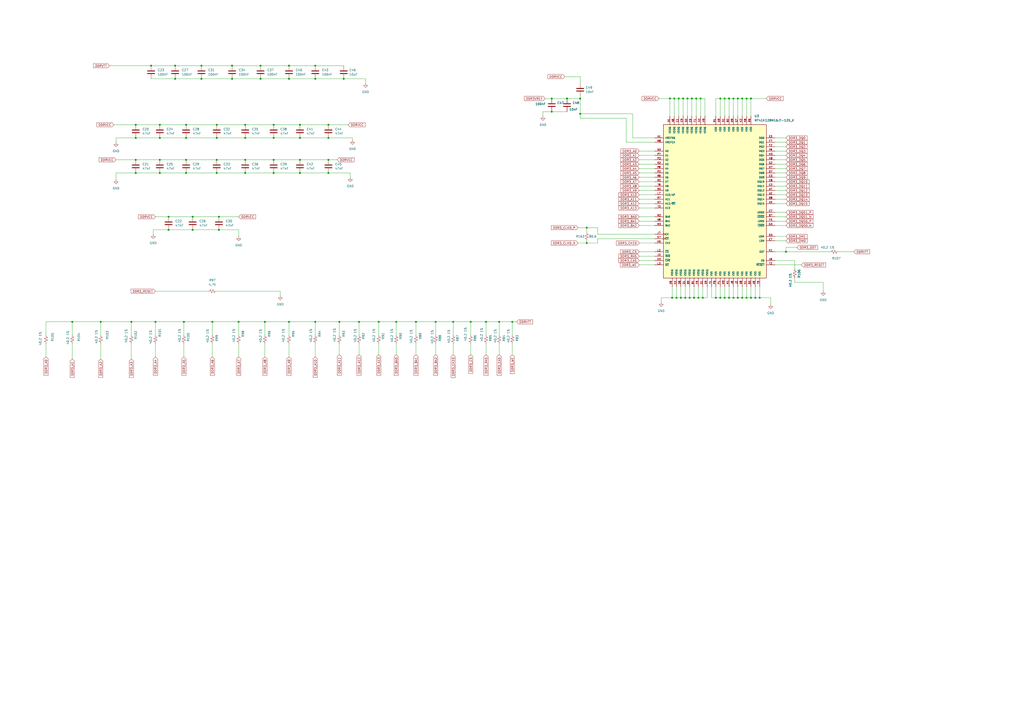
<source format=kicad_sch>
(kicad_sch (version 20250114) (generator "eeschema") (generator_version "9.0")
  (paper "A2")
  (lib_symbols
    (symbol "Device:C" (pin_numbers (hide yes)) (pin_names (offset 0.254))
      (property "Reference" "C" (at 0.635 2.54 0))
      (property "Value" "C" (at 0.635 -2.54 0))
      (symbol "C_1_1"
        (pin passive line (at 0 3.81 270) (length 2.794) (name "~") (number "1"))
        (pin passive line (at 0 -3.81 90) (length 2.794) (name "~") (number "2"))
      )
    )
    (symbol "Device:R_Small_US" (pin_numbers (hide yes)) (pin_names (offset 0.254) (hide yes))
      (property "Reference" "R" (at 0.762 0.508 0))
      (property "Value" "R_Small_US" (at 0.762 -1.016 0))
      (symbol "R_Small_US_1_1"
        (pin passive line (at 0 2.54 270) (length 1.016) (name "~") (number "1"))
        (pin passive line (at 0 -2.54 90) (length 1.016) (name "~") (number "2"))
      )
    )
    (symbol "GND_1" (power) (pin_numbers (hide yes)) (pin_names (offset 0) (hide yes))
      (property "Value" "GND" (at 0 -3.81 0))
      (symbol "GND_1_1_1"
        (pin power_in line (at 0 0 270) (length 0) (name "~") (number "1"))
      )
    )
    (symbol "MT41K128M16JT-125_K:MT41K128M16JT-125_K" (pin_names (offset 1.016))
      (property "Reference" "U" (at 11.176 37.846 0))
      (property "Value" "MT41K128M16JT-125_K" (at 6.604 25.4 0))
      (symbol "MT41K128M16JT-125_K_0_0"
        (pin power_in line (at -15.24 40.64 0) (length 5.08) (name "VREFDQ") (number "H1"))
        (pin power_in line (at -15.24 38.1 0) (length 5.08) (name "VREFCA") (number "M8"))
        (pin input line (at -15.24 33.02 0) (length 5.08) (name "A0") (number "N3"))
        (pin input line (at -15.24 30.48 0) (length 5.08) (name "A1") (number "P7"))
        (pin input line (at -15.24 27.94 0) (length 5.08) (name "A2") (number "P3"))
        (pin input line (at -15.24 25.4 0) (length 5.08) (name "A3") (number "N2"))
        (pin input line (at -15.24 22.86 0) (length 5.08) (name "A4") (number "P8"))
        (pin input line (at -15.24 20.32 0) (length 5.08) (name "A5") (number "P2"))
        (pin input line (at -15.24 17.78 0) (length 5.08) (name "A6") (number "R8"))
        (pin input line (at -15.24 15.24 0) (length 5.08) (name "A7") (number "R2"))
        (pin input line (at -15.24 12.7 0) (length 5.08) (name "A8") (number "T8"))
        (pin input line (at -15.24 10.16 0) (length 5.08) (name "A9") (number "R3"))
        (pin input line (at -15.24 7.62 0) (length 5.08) (name "A10/AP") (number "L7"))
        (pin input line (at -15.24 5.08 0) (length 5.08) (name "A11") (number "R7"))
        (pin input line (at -15.24 2.54 0) (length 5.08) (name "A12/~{BC}") (number "N7"))
        (pin input line (at -15.24 0 0) (length 5.08) (name "A13") (number "T3"))
        (pin input line (at -15.24 -5.08 0) (length 5.08) (name "BA0") (number "M2"))
        (pin input line (at -15.24 -7.62 0) (length 5.08) (name "BA1") (number "N8"))
        (pin input line (at -15.24 -10.16 0) (length 5.08) (name "BA2") (number "M3"))
        (pin input clock (at -15.24 -15.24 0) (length 5.08) (name "CK") (number "J7"))
        (pin input clock (at -15.24 -17.78 0) (length 5.08) (name "~{CK}") (number "K7"))
        (pin input line (at -15.24 -20.32 0) (length 5.08) (name "CKE") (number "K9"))
        (pin input line (at -15.24 -25.4 0) (length 5.08) (name "~{CS}") (number "L2"))
        (pin input line (at -15.24 -27.94 0) (length 5.08) (name "~{RAS}") (number "J3"))
        (pin input line (at -15.24 -30.48 0) (length 5.08) (name "~{CAS}") (number "K3"))
        (pin input line (at -15.24 -33.02 0) (length 5.08) (name "~{WE}") (number "L3"))
        (pin power_in line (at -6.35 53.34 270) (length 5.08) (name "VDDQ") (number "A1"))
        (pin passive line (at -5.08 -45.72 90) (length 5.08) (name "VSSQ") (number "E8"))
        (pin power_in line (at -3.81 53.34 270) (length 5.08) (name "VDDQ") (number "A8"))
        (pin passive line (at -2.54 -45.72 90) (length 5.08) (name "VSSQ") (number "E2"))
        (pin power_in line (at -1.27 53.34 270) (length 5.08) (name "VDDQ") (number "C1"))
        (pin passive line (at 0 -45.72 90) (length 5.08) (name "VSSQ") (number "D8"))
        (pin power_in line (at 1.27 53.34 270) (length 5.08) (name "VDDQ") (number "C9"))
        (pin passive line (at 2.54 -45.72 90) (length 5.08) (name "VSSQ") (number "D1"))
        (pin power_in line (at 3.81 53.34 270) (length 5.08) (name "VDDQ") (number "D2"))
        (pin passive line (at 5.08 -45.72 90) (length 5.08) (name "VSSQ") (number "B9"))
        (pin power_in line (at 6.35 53.34 270) (length 5.08) (name "VDDQ") (number "E9"))
        (pin passive line (at 7.62 -45.72 90) (length 5.08) (name "VSSQ") (number "B1"))
        (pin power_in line (at 8.89 53.34 270) (length 5.08) (name "VDDQ") (number "F1"))
        (pin passive line (at 10.16 -45.72 90) (length 5.08) (name "VSSQ") (number "F9"))
        (pin power_in line (at 11.43 53.34 270) (length 5.08) (name "VDDQ") (number "H2"))
        (pin passive line (at 12.7 -45.72 90) (length 5.08) (name "VSSQ") (number "G1"))
        (pin power_in line (at 13.97 53.34 270) (length 5.08) (name "VDDQ") (number "H9"))
        (pin passive line (at 15.24 -45.72 90) (length 5.08) (name "VSSQ") (number "G9"))
        (pin passive line (at 17.78 -45.72 90) (length 5.08) (name "VSS") (number "T1"))
        (pin power_in line (at 20.32 53.34 270) (length 5.08) (name "VDD") (number "R1"))
        (pin passive line (at 20.32 -45.72 90) (length 5.08) (name "VSS") (number "P9"))
        (pin power_in line (at 22.86 53.34 270) (length 5.08) (name "VDD") (number "N9"))
        (pin passive line (at 22.86 -45.72 90) (length 5.08) (name "VSS") (number "P1"))
        (pin power_in line (at 25.4 53.34 270) (length 5.08) (name "VDD") (number "N1"))
        (pin passive line (at 25.4 -45.72 90) (length 5.08) (name "VSS") (number "M9"))
        (pin power_in line (at 27.94 53.34 270) (length 5.08) (name "VDD") (number "B2"))
        (pin passive line (at 27.94 -45.72 90) (length 5.08) (name "VSS") (number "M1"))
        (pin power_in line (at 30.48 53.34 270) (length 5.08) (name "VDD") (number "D9"))
        (pin passive line (at 30.48 -45.72 90) (length 5.08) (name "VSS") (number "J8"))
        (pin power_in line (at 33.02 53.34 270) (length 5.08) (name "VDD") (number "G7"))
        (pin passive line (at 33.02 -45.72 90) (length 5.08) (name "VSS") (number "J2"))
        (pin power_in line (at 35.56 53.34 270) (length 5.08) (name "VDD") (number "K2"))
        (pin passive line (at 35.56 -45.72 90) (length 5.08) (name "VSS") (number "G8"))
        (pin power_in line (at 38.1 53.34 270) (length 5.08) (name "VDD") (number "K8"))
        (pin passive line (at 38.1 -45.72 90) (length 5.08) (name "VSS") (number "E1"))
        (pin power_in line (at 40.64 53.34 270) (length 5.08) (name "VDD") (number "R9"))
        (pin passive line (at 40.64 -45.72 90) (length 5.08) (name "VSS") (number "B3"))
        (pin passive line (at 43.18 -45.72 90) (length 5.08) (name "VSS") (number "A9"))
        (pin passive line (at 45.72 -45.72 90) (length 5.08) (name "VSS") (number "T9"))
        (pin bidirectional line (at 54.61 40.64 180) (length 5.08) (name "DQ0") (number "E3"))
        (pin bidirectional line (at 54.61 38.1 180) (length 5.08) (name "DQ1") (number "F7"))
        (pin bidirectional line (at 54.61 35.56 180) (length 5.08) (name "DQ2") (number "F2"))
        (pin bidirectional line (at 54.61 33.02 180) (length 5.08) (name "DQ3") (number "F8"))
        (pin bidirectional line (at 54.61 30.48 180) (length 5.08) (name "DQ4") (number "H3"))
        (pin bidirectional line (at 54.61 27.94 180) (length 5.08) (name "DQ5") (number "H8"))
        (pin bidirectional line (at 54.61 25.4 180) (length 5.08) (name "DQ6") (number "G2"))
        (pin bidirectional line (at 54.61 22.86 180) (length 5.08) (name "DQ7") (number "H7"))
        (pin bidirectional line (at 54.61 20.32 180) (length 5.08) (name "DQ8") (number "D7"))
        (pin bidirectional line (at 54.61 17.78 180) (length 5.08) (name "DQ9") (number "C3"))
        (pin bidirectional line (at 54.61 15.24 180) (length 5.08) (name "DQ10") (number "C8"))
        (pin bidirectional line (at 54.61 12.7 180) (length 5.08) (name "DQ11") (number "C2"))
        (pin bidirectional line (at 54.61 10.16 180) (length 5.08) (name "DQ12") (number "A7"))
        (pin bidirectional line (at 54.61 7.62 180) (length 5.08) (name "DQ13") (number "A2"))
        (pin bidirectional line (at 54.61 5.08 180) (length 5.08) (name "DQ14") (number "B8"))
        (pin bidirectional line (at 54.61 2.54 180) (length 5.08) (name "DQ15") (number "A3"))
        (pin bidirectional line (at 54.61 -2.54 180) (length 5.08) (name "UDQS") (number "C7"))
        (pin bidirectional line (at 54.61 -5.08 180) (length 5.08) (name "~{UDQS}") (number "B7"))
        (pin bidirectional line (at 54.61 -7.62 180) (length 5.08) (name "LDQS") (number "F3"))
        (pin bidirectional line (at 54.61 -10.16 180) (length 5.08) (name "~{LDQS}") (number "G3"))
        (pin input line (at 54.61 -16.51 180) (length 5.08) (name "UDM") (number "D3"))
        (pin input line (at 54.61 -19.05 180) (length 5.08) (name "LDM") (number "E7"))
        (pin input line (at 54.61 -25.4 180) (length 5.08) (name "ODT") (number "K1"))
        (pin passive line (at 54.61 -30.48 180) (length 5.08) (name "ZQ") (number "L8"))
        (pin input line (at 54.61 -33.02 180) (length 5.08) (name "~{RESET}") (number "T2"))
      )
    )
    (symbol "power:GND" (power) (pin_numbers (hide yes)) (pin_names (offset 0) (hide yes))
      (property "Value" "GND" (at 0 -3.81 0))
      (symbol "GND_1_1"
        (pin power_in line (at 0 0 270) (length 0) (name "~") (number "1"))
      )
    )
  )
  (junction (at 398.78 57.15))
  (junction (at 289.56 186.69))
  (junction (at 405.13 172.72))
  (junction (at 417.83 172.72))
  (junction (at 78.74 72.39))
  (junction (at 420.37 57.15))
  (junction (at 420.37 172.72))
  (junction (at 320.04 57.15))
  (junction (at 173.99 72.39))
  (junction (at 190.5 72.39))
  (junction (at 336.55 57.15))
  (junction (at 252.73 186.69))
  (junction (at 241.3 186.69))
  (junction (at 397.51 172.72))
  (junction (at 138.43 186.69))
  (junction (at 167.64 186.69))
  (junction (at 125.73 100.33))
  (junction (at 422.91 57.15))
  (junction (at 58.42 186.69))
  (junction (at 417.83 57.15))
  (junction (at 396.24 57.15))
  (junction (at 340.36 132.08))
  (junction (at 182.88 38.1))
  (junction (at 134.62 38.1))
  (junction (at 167.64 38.1))
  (junction (at 403.86 57.15))
  (junction (at 273.05 186.69))
  (junction (at 173.99 80.01))
  (junction (at 76.2 186.69))
  (junction (at 430.53 57.15))
  (junction (at 425.45 172.72))
  (junction (at 41.91 186.69))
  (junction (at 455.93 146.05))
  (junction (at 415.29 172.72))
  (junction (at 328.93 57.15))
  (junction (at 111.76 133.35))
  (junction (at 320.04 64.77))
  (junction (at 123.19 186.69))
  (junction (at 142.24 92.71))
  (junction (at 106.68 186.69))
  (junction (at 151.13 45.72))
  (junction (at 190.5 80.01))
  (junction (at 142.24 72.39))
  (junction (at 111.76 125.73))
  (junction (at 125.73 80.01))
  (junction (at 392.43 172.72))
  (junction (at 127 125.73))
  (junction (at 208.28 186.69))
  (junction (at 229.87 186.69))
  (junction (at 92.71 72.39))
  (junction (at 158.75 80.01))
  (junction (at 196.85 186.69))
  (junction (at 388.62 57.15))
  (junction (at 406.4 57.15))
  (junction (at 262.89 186.69))
  (junction (at 182.88 186.69))
  (junction (at 78.74 80.01))
  (junction (at 407.67 172.72))
  (junction (at 101.6 45.72))
  (junction (at 87.63 38.1))
  (junction (at 430.53 172.72))
  (junction (at 427.99 172.72))
  (junction (at 116.84 45.72))
  (junction (at 127 133.35))
  (junction (at 107.95 92.71))
  (junction (at 440.69 172.72))
  (junction (at 167.64 45.72))
  (junction (at 134.62 45.72))
  (junction (at 281.94 186.69))
  (junction (at 438.15 172.72))
  (junction (at 142.24 100.33))
  (junction (at 400.05 172.72))
  (junction (at 433.07 172.72))
  (junction (at 107.95 100.33))
  (junction (at 78.74 100.33))
  (junction (at 107.95 72.39))
  (junction (at 425.45 57.15))
  (junction (at 153.67 186.69))
  (junction (at 173.99 100.33))
  (junction (at 340.36 140.97))
  (junction (at 401.32 57.15))
  (junction (at 151.13 38.1))
  (junction (at 182.88 45.72))
  (junction (at 394.97 172.72))
  (junction (at 190.5 92.71))
  (junction (at 435.61 57.15))
  (junction (at 92.71 100.33))
  (junction (at 173.99 92.71))
  (junction (at 422.91 172.72))
  (junction (at 158.75 92.71))
  (junction (at 389.89 172.72))
  (junction (at 427.99 57.15))
  (junction (at 125.73 92.71))
  (junction (at 158.75 100.33))
  (junction (at 142.24 80.01))
  (junction (at 97.79 125.73))
  (junction (at 336.55 66.04))
  (junction (at 435.61 172.72))
  (junction (at 92.71 80.01))
  (junction (at 297.18 186.69))
  (junction (at 116.84 38.1))
  (junction (at 92.71 92.71))
  (junction (at 190.5 100.33))
  (junction (at 391.16 57.15))
  (junction (at 433.07 57.15))
  (junction (at 393.7 57.15))
  (junction (at 125.73 72.39))
  (junction (at 107.95 80.01))
  (junction (at 199.39 45.72))
  (junction (at 402.59 172.72))
  (junction (at 97.79 133.35))
  (junction (at 101.6 38.1))
  (junction (at 90.17 186.69))
  (junction (at 219.71 186.69))
  (junction (at 158.75 72.39))
  (junction (at 78.74 92.71))
  (wire (pts (xy 402.59 166.37) (xy 402.59 172.72)))
  (wire (pts (xy 252.73 186.69) (xy 262.89 186.69)))
  (wire (pts (xy 401.32 57.15) (xy 403.86 57.15)))
  (wire (pts (xy 153.67 186.69) (xy 167.64 186.69)))
  (wire (pts (xy 430.53 57.15) (xy 430.53 67.31)))
  (wire (pts (xy 142.24 72.39) (xy 158.75 72.39)))
  (wire (pts (xy 449.58 146.05) (xy 455.93 146.05)))
  (wire (pts (xy 252.73 199.39) (xy 252.73 205.74)))
  (wire (pts (xy 370.84 140.97) (xy 379.73 140.97)))
  (wire (pts (xy 449.58 110.49) (xy 455.93 110.49)))
  (wire (pts (xy 370.84 151.13) (xy 379.73 151.13)))
  (wire (pts (xy 125.73 100.33) (xy 142.24 100.33)))
  (wire (pts (xy 67.31 100.33) (xy 78.74 100.33)))
  (wire (pts (xy 153.67 199.39) (xy 153.67 207.01)))
  (wire (pts (xy 370.84 120.65) (xy 379.73 120.65)))
  (wire (pts (xy 400.05 166.37) (xy 400.05 172.72)))
  (wire (pts (xy 111.76 125.73) (xy 127 125.73)))
  (wire (pts (xy 422.91 166.37) (xy 422.91 172.72)))
  (wire (pts (xy 340.36 134.62) (xy 340.36 132.08)))
  (wire (pts (xy 440.69 166.37) (xy 440.69 172.72)))
  (wire (pts (xy 397.51 166.37) (xy 397.51 172.72)))
  (wire (pts (xy 107.95 72.39) (xy 125.73 72.39)))
  (wire (pts (xy 76.2 186.69) (xy 76.2 194.31)))
  (wire (pts (xy 87.63 38.1) (xy 101.6 38.1)))
  (wire (pts (xy 407.67 166.37) (xy 407.67 172.72)))
  (wire (pts (xy 336.55 55.88) (xy 336.55 57.15)))
  (wire (pts (xy 370.84 95.25) (xy 379.73 95.25)))
  (wire (pts (xy 449.58 105.41) (xy 455.93 105.41)))
  (wire (pts (xy 477.52 168.91) (xy 477.52 163.83)))
  (wire (pts (xy 449.58 80.01) (xy 455.93 80.01)))
  (wire (pts (xy 127 133.35) (xy 138.43 133.35)))
  (wire (pts (xy 58.42 199.39) (xy 58.42 208.28)))
  (wire (pts (xy 427.99 57.15) (xy 427.99 67.31)))
  (wire (pts (xy 422.91 172.72) (xy 425.45 172.72)))
  (wire (pts (xy 123.19 186.69) (xy 138.43 186.69)))
  (wire (pts (xy 67.31 92.71) (xy 78.74 92.71)))
  (wire (pts (xy 394.97 172.72) (xy 397.51 172.72)))
  (wire (pts (xy 449.58 130.81) (xy 455.93 130.81)))
  (wire (pts (xy 281.94 186.69) (xy 289.56 186.69)))
  (wire (pts (xy 26.67 186.69) (xy 41.91 186.69)))
  (wire (pts (xy 415.29 57.15) (xy 417.83 57.15)))
  (wire (pts (xy 273.05 199.39) (xy 273.05 205.74)))
  (wire (pts (xy 340.36 132.08) (xy 346.71 132.08)))
  (wire (pts (xy 158.75 92.71) (xy 173.99 92.71)))
  (wire (pts (xy 417.83 57.15) (xy 417.83 67.31)))
  (wire (pts (xy 449.58 115.57) (xy 455.93 115.57)))
  (wire (pts (xy 262.89 199.39) (xy 262.89 205.74)))
  (wire (pts (xy 336.55 68.58) (xy 363.22 68.58)))
  (wire (pts (xy 67.31 80.01) (xy 78.74 80.01)))
  (wire (pts (xy 78.74 92.71) (xy 92.71 92.71)))
  (wire (pts (xy 116.84 45.72) (xy 134.62 45.72)))
  (wire (pts (xy 455.93 143.51) (xy 455.93 146.05)))
  (wire (pts (xy 142.24 80.01) (xy 158.75 80.01)))
  (wire (pts (xy 449.58 107.95) (xy 455.93 107.95)))
  (wire (pts (xy 297.18 186.69) (xy 297.18 194.31)))
  (wire (pts (xy 314.96 64.77) (xy 320.04 64.77)))
  (wire (pts (xy 111.76 133.35) (xy 127 133.35)))
  (wire (pts (xy 116.84 38.1) (xy 134.62 38.1)))
  (wire (pts (xy 370.84 107.95) (xy 379.73 107.95)))
  (wire (pts (xy 167.64 186.69) (xy 182.88 186.69)))
  (wire (pts (xy 417.83 172.72) (xy 420.37 172.72)))
  (wire (pts (xy 370.84 118.11) (xy 379.73 118.11)))
  (wire (pts (xy 398.78 57.15) (xy 398.78 67.31)))
  (wire (pts (xy 252.73 194.31) (xy 252.73 186.69)))
  (wire (pts (xy 182.88 38.1) (xy 199.39 38.1)))
  (wire (pts (xy 408.94 57.15) (xy 408.94 67.31)))
  (wire (pts (xy 97.79 133.35) (xy 111.76 133.35)))
  (wire (pts (xy 320.04 57.15) (xy 328.93 57.15)))
  (wire (pts (xy 370.84 100.33) (xy 379.73 100.33)))
  (wire (pts (xy 63.5 38.1) (xy 87.63 38.1)))
  (wire (pts (xy 370.84 115.57) (xy 379.73 115.57)))
  (wire (pts (xy 455.93 143.51) (xy 462.28 143.51)))
  (wire (pts (xy 281.94 199.39) (xy 281.94 205.74)))
  (wire (pts (xy 297.18 199.39) (xy 297.18 205.74)))
  (wire (pts (xy 26.67 199.39) (xy 26.67 207.01)))
  (wire (pts (xy 196.85 199.39) (xy 196.85 205.74)))
  (wire (pts (xy 370.84 97.79) (xy 379.73 97.79)))
  (wire (pts (xy 486.41 146.05) (xy 495.3 146.05)))
  (wire (pts (xy 449.58 100.33) (xy 455.93 100.33)))
  (wire (pts (xy 190.5 100.33) (xy 203.2 100.33)))
  (wire (pts (xy 138.43 186.69) (xy 153.67 186.69)))
  (wire (pts (xy 125.73 72.39) (xy 142.24 72.39)))
  (wire (pts (xy 106.68 199.39) (xy 106.68 207.01)))
  (wire (pts (xy 138.43 199.39) (xy 138.43 207.01)))
  (wire (pts (xy 367.03 80.01) (xy 367.03 66.04)))
  (wire (pts (xy 123.19 199.39) (xy 123.19 207.01)))
  (wire (pts (xy 88.9 135.89) (xy 88.9 133.35)))
  (wire (pts (xy 346.71 135.89) (xy 379.73 135.89)))
  (wire (pts (xy 316.23 57.15) (xy 320.04 57.15)))
  (wire (pts (xy 412.75 172.72) (xy 415.29 172.72)))
  (wire (pts (xy 449.58 113.03) (xy 455.93 113.03)))
  (wire (pts (xy 394.97 166.37) (xy 394.97 172.72)))
  (wire (pts (xy 106.68 186.69) (xy 123.19 186.69)))
  (wire (pts (xy 406.4 57.15) (xy 406.4 67.31)))
  (wire (pts (xy 405.13 172.72) (xy 407.67 172.72)))
  (wire (pts (xy 41.91 186.69) (xy 41.91 194.31)))
  (wire (pts (xy 370.84 125.73) (xy 379.73 125.73)))
  (wire (pts (xy 106.68 186.69) (xy 106.68 194.31)))
  (wire (pts (xy 403.86 57.15) (xy 406.4 57.15)))
  (wire (pts (xy 190.5 92.71) (xy 195.58 92.71)))
  (wire (pts (xy 173.99 92.71) (xy 190.5 92.71)))
  (wire (pts (xy 107.95 92.71) (xy 125.73 92.71)))
  (wire (pts (xy 401.32 57.15) (xy 401.32 67.31)))
  (wire (pts (xy 438.15 166.37) (xy 438.15 172.72)))
  (wire (pts (xy 90.17 125.73) (xy 97.79 125.73)))
  (wire (pts (xy 88.9 133.35) (xy 97.79 133.35)))
  (wire (pts (xy 125.73 168.91) (xy 162.56 168.91)))
  (wire (pts (xy 182.88 186.69) (xy 182.88 194.31)))
  (wire (pts (xy 67.31 82.55) (xy 67.31 80.01)))
  (wire (pts (xy 336.55 66.04) (xy 336.55 68.58)))
  (wire (pts (xy 162.56 168.91) (xy 162.56 171.45)))
  (wire (pts (xy 433.07 57.15) (xy 433.07 67.31)))
  (wire (pts (xy 289.56 194.31) (xy 289.56 186.69)))
  (wire (pts (xy 415.29 172.72) (xy 417.83 172.72)))
  (wire (pts (xy 336.55 66.04) (xy 367.03 66.04)))
  (wire (pts (xy 76.2 199.39) (xy 76.2 208.28)))
  (wire (pts (xy 370.84 110.49) (xy 379.73 110.49)))
  (wire (pts (xy 391.16 57.15) (xy 391.16 67.31)))
  (wire (pts (xy 449.58 90.17) (xy 455.93 90.17)))
  (wire (pts (xy 182.88 199.39) (xy 182.88 207.01)))
  (wire (pts (xy 107.95 80.01) (xy 125.73 80.01)))
  (wire (pts (xy 127 125.73) (xy 138.43 125.73)))
  (wire (pts (xy 101.6 45.72) (xy 116.84 45.72)))
  (wire (pts (xy 97.79 125.73) (xy 111.76 125.73)))
  (wire (pts (xy 229.87 199.39) (xy 229.87 205.74)))
  (wire (pts (xy 389.89 166.37) (xy 389.89 172.72)))
  (wire (pts (xy 90.17 186.69) (xy 106.68 186.69)))
  (wire (pts (xy 158.75 100.33) (xy 173.99 100.33)))
  (wire (pts (xy 346.71 138.43) (xy 379.73 138.43)))
  (wire (pts (xy 430.53 166.37) (xy 430.53 172.72)))
  (wire (pts (xy 435.61 172.72) (xy 438.15 172.72)))
  (wire (pts (xy 212.09 48.26) (xy 212.09 45.72)))
  (wire (pts (xy 335.28 132.08) (xy 340.36 132.08)))
  (wire (pts (xy 167.64 45.72) (xy 182.88 45.72)))
  (wire (pts (xy 449.58 82.55) (xy 455.93 82.55)))
  (wire (pts (xy 328.93 57.15) (xy 336.55 57.15)))
  (wire (pts (xy 92.71 100.33) (xy 107.95 100.33)))
  (wire (pts (xy 396.24 57.15) (xy 396.24 67.31)))
  (wire (pts (xy 422.91 57.15) (xy 425.45 57.15)))
  (wire (pts (xy 370.84 148.59) (xy 379.73 148.59)))
  (wire (pts (xy 208.28 199.39) (xy 208.28 205.74)))
  (wire (pts (xy 363.22 68.58) (xy 363.22 82.55)))
  (wire (pts (xy 107.95 100.33) (xy 125.73 100.33)))
  (wire (pts (xy 297.18 186.69) (xy 299.72 186.69)))
  (wire (pts (xy 449.58 95.25) (xy 455.93 95.25)))
  (wire (pts (xy 449.58 128.27) (xy 455.93 128.27)))
  (wire (pts (xy 425.45 57.15) (xy 425.45 67.31)))
  (wire (pts (xy 314.96 64.77) (xy 314.96 67.31)))
  (wire (pts (xy 383.54 175.26) (xy 383.54 172.72)))
  (wire (pts (xy 199.39 45.72) (xy 212.09 45.72)))
  (wire (pts (xy 78.74 100.33) (xy 92.71 100.33)))
  (wire (pts (xy 440.69 172.72) (xy 447.04 172.72)))
  (wire (pts (xy 158.75 72.39) (xy 173.99 72.39)))
  (wire (pts (xy 142.24 100.33) (xy 158.75 100.33)))
  (wire (pts (xy 393.7 57.15) (xy 396.24 57.15)))
  (wire (pts (xy 405.13 166.37) (xy 405.13 172.72)))
  (wire (pts (xy 410.21 166.37) (xy 410.21 172.72)))
  (wire (pts (xy 219.71 186.69) (xy 229.87 186.69)))
  (wire (pts (xy 134.62 45.72) (xy 151.13 45.72)))
  (wire (pts (xy 447.04 172.72) (xy 447.04 176.53)))
  (wire (pts (xy 449.58 123.19) (xy 455.93 123.19)))
  (wire (pts (xy 449.58 85.09) (xy 455.93 85.09)))
  (wire (pts (xy 370.84 90.17) (xy 379.73 90.17)))
  (wire (pts (xy 123.19 186.69) (xy 123.19 194.31)))
  (wire (pts (xy 78.74 72.39) (xy 92.71 72.39)))
  (wire (pts (xy 167.64 38.1) (xy 182.88 38.1)))
  (wire (pts (xy 430.53 57.15) (xy 433.07 57.15)))
  (wire (pts (xy 281.94 186.69) (xy 281.94 194.31)))
  (wire (pts (xy 392.43 166.37) (xy 392.43 172.72)))
  (wire (pts (xy 388.62 57.15) (xy 391.16 57.15)))
  (wire (pts (xy 41.91 199.39) (xy 41.91 208.28)))
  (wire (pts (xy 449.58 118.11) (xy 455.93 118.11)))
  (wire (pts (xy 229.87 186.69) (xy 241.3 186.69)))
  (wire (pts (xy 425.45 57.15) (xy 427.99 57.15)))
  (wire (pts (xy 241.3 186.69) (xy 252.73 186.69)))
  (wire (pts (xy 229.87 194.31) (xy 229.87 186.69)))
  (wire (pts (xy 370.84 130.81) (xy 379.73 130.81)))
  (wire (pts (xy 58.42 186.69) (xy 76.2 186.69)))
  (wire (pts (xy 370.84 128.27) (xy 379.73 128.27)))
  (wire (pts (xy 196.85 186.69) (xy 208.28 186.69)))
  (wire (pts (xy 417.83 166.37) (xy 417.83 172.72)))
  (wire (pts (xy 435.61 57.15) (xy 435.61 67.31)))
  (wire (pts (xy 383.54 172.72) (xy 389.89 172.72)))
  (wire (pts (xy 425.45 166.37) (xy 425.45 172.72)))
  (wire (pts (xy 407.67 172.72) (xy 410.21 172.72)))
  (wire (pts (xy 208.28 194.31) (xy 208.28 186.69)))
  (wire (pts (xy 427.99 57.15) (xy 430.53 57.15)))
  (wire (pts (xy 433.07 172.72) (xy 435.61 172.72)))
  (wire (pts (xy 66.04 72.39) (xy 78.74 72.39)))
  (wire (pts (xy 336.55 57.15) (xy 336.55 66.04)))
  (wire (pts (xy 173.99 72.39) (xy 190.5 72.39)))
  (wire (pts (xy 449.58 153.67) (xy 464.82 153.67)))
  (wire (pts (xy 397.51 172.72) (xy 400.05 172.72)))
  (wire (pts (xy 400.05 172.72) (xy 402.59 172.72)))
  (wire (pts (xy 346.71 138.43) (xy 346.71 140.97)))
  (wire (pts (xy 90.17 168.91) (xy 120.65 168.91)))
  (wire (pts (xy 125.73 80.01) (xy 142.24 80.01)))
  (wire (pts (xy 427.99 172.72) (xy 430.53 172.72)))
  (wire (pts (xy 396.24 57.15) (xy 398.78 57.15)))
  (wire (pts (xy 370.84 92.71) (xy 379.73 92.71)))
  (wire (pts (xy 67.31 104.14) (xy 67.31 100.33)))
  (wire (pts (xy 398.78 57.15) (xy 401.32 57.15)))
  (wire (pts (xy 173.99 100.33) (xy 190.5 100.33)))
  (wire (pts (xy 78.74 80.01) (xy 92.71 80.01)))
  (wire (pts (xy 158.75 80.01) (xy 173.99 80.01)))
  (wire (pts (xy 241.3 199.39) (xy 241.3 205.74)))
  (wire (pts (xy 370.84 146.05) (xy 379.73 146.05)))
  (wire (pts (xy 92.71 72.39) (xy 107.95 72.39)))
  (wire (pts (xy 76.2 186.69) (xy 90.17 186.69)))
  (wire (pts (xy 346.71 132.08) (xy 346.71 135.89)))
  (wire (pts (xy 167.64 186.69) (xy 167.64 194.31)))
  (wire (pts (xy 415.29 57.15) (xy 415.29 67.31)))
  (wire (pts (xy 320.04 64.77) (xy 328.93 64.77)))
  (wire (pts (xy 389.89 172.72) (xy 392.43 172.72)))
  (wire (pts (xy 289.56 199.39) (xy 289.56 205.74)))
  (wire (pts (xy 196.85 194.31) (xy 196.85 186.69)))
  (wire (pts (xy 430.53 172.72) (xy 433.07 172.72)))
  (wire (pts (xy 449.58 151.13) (xy 461.01 151.13)))
  (wire (pts (xy 151.13 45.72) (xy 167.64 45.72)))
  (wire (pts (xy 340.36 139.7) (xy 340.36 140.97)))
  (wire (pts (xy 438.15 172.72) (xy 440.69 172.72)))
  (wire (pts (xy 273.05 186.69) (xy 281.94 186.69)))
  (wire (pts (xy 151.13 38.1) (xy 167.64 38.1)))
  (wire (pts (xy 41.91 186.69) (xy 58.42 186.69)))
  (wire (pts (xy 142.24 92.71) (xy 158.75 92.71)))
  (wire (pts (xy 412.75 166.37) (xy 412.75 172.72)))
  (wire (pts (xy 461.01 163.83) (xy 477.52 163.83)))
  (wire (pts (xy 370.84 113.03) (xy 379.73 113.03)))
  (wire (pts (xy 182.88 186.69) (xy 196.85 186.69)))
  (wire (pts (xy 461.01 151.13) (xy 461.01 156.21)))
  (wire (pts (xy 241.3 186.69) (xy 241.3 194.31)))
  (wire (pts (xy 435.61 57.15) (xy 444.5 57.15)))
  (wire (pts (xy 393.7 57.15) (xy 393.7 67.31)))
  (wire (pts (xy 422.91 57.15) (xy 422.91 67.31)))
  (wire (pts (xy 167.64 199.39) (xy 167.64 207.01)))
  (wire (pts (xy 262.89 186.69) (xy 273.05 186.69)))
  (wire (pts (xy 336.55 44.45) (xy 336.55 48.26)))
  (wire (pts (xy 388.62 57.15) (xy 388.62 67.31)))
  (wire (pts (xy 425.45 172.72) (xy 427.99 172.72)))
  (wire (pts (xy 340.36 140.97) (xy 346.71 140.97)))
  (wire (pts (xy 204.47 80.01) (xy 204.47 81.28)))
  (wire (pts (xy 335.28 140.97) (xy 340.36 140.97)))
  (wire (pts (xy 273.05 194.31) (xy 273.05 186.69)))
  (wire (pts (xy 90.17 186.69) (xy 90.17 194.31)))
  (wire (pts (xy 58.42 194.31) (xy 58.42 186.69)))
  (wire (pts (xy 433.07 57.15) (xy 435.61 57.15)))
  (wire (pts (xy 455.93 146.05) (xy 481.33 146.05)))
  (wire (pts (xy 406.4 57.15) (xy 408.94 57.15)))
  (wire (pts (xy 327.66 44.45) (xy 336.55 44.45)))
  (wire (pts (xy 427.99 166.37) (xy 427.99 172.72)))
  (wire (pts (xy 219.71 199.39) (xy 219.71 205.74)))
  (wire (pts (xy 153.67 186.69) (xy 153.67 194.31)))
  (wire (pts (xy 415.29 166.37) (xy 415.29 172.72)))
  (wire (pts (xy 370.84 105.41) (xy 379.73 105.41)))
  (wire (pts (xy 449.58 97.79) (xy 455.93 97.79)))
  (wire (pts (xy 449.58 125.73) (xy 455.93 125.73)))
  (wire (pts (xy 92.71 80.01) (xy 107.95 80.01)))
  (wire (pts (xy 92.71 92.71) (xy 107.95 92.71)))
  (wire (pts (xy 420.37 57.15) (xy 420.37 67.31)))
  (wire (pts (xy 262.89 194.31) (xy 262.89 186.69)))
  (wire (pts (xy 219.71 194.31) (xy 219.71 186.69)))
  (wire (pts (xy 173.99 80.01) (xy 190.5 80.01)))
  (wire (pts (xy 203.2 102.87) (xy 203.2 100.33)))
  (wire (pts (xy 449.58 139.7) (xy 455.93 139.7)))
  (wire (pts (xy 420.37 172.72) (xy 422.91 172.72)))
  (wire (pts (xy 367.03 80.01) (xy 379.73 80.01)))
  (wire (pts (xy 87.63 45.72) (xy 101.6 45.72)))
  (wire (pts (xy 370.84 87.63) (xy 379.73 87.63)))
  (wire (pts (xy 363.22 82.55) (xy 379.73 82.55)))
  (wire (pts (xy 449.58 92.71) (xy 455.93 92.71)))
  (wire (pts (xy 101.6 38.1) (xy 116.84 38.1)))
  (wire (pts (xy 138.43 137.16) (xy 138.43 133.35)))
  (wire (pts (xy 182.88 45.72) (xy 199.39 45.72)))
  (wire (pts (xy 370.84 102.87) (xy 379.73 102.87)))
  (wire (pts (xy 435.61 166.37) (xy 435.61 172.72)))
  (wire (pts (xy 289.56 186.69) (xy 297.18 186.69)))
  (wire (pts (xy 190.5 72.39) (xy 201.93 72.39)))
  (wire (pts (xy 391.16 57.15) (xy 393.7 57.15)))
  (wire (pts (xy 125.73 92.71) (xy 142.24 92.71)))
  (wire (pts (xy 370.84 153.67) (xy 379.73 153.67)))
  (wire (pts (xy 449.58 102.87) (xy 455.93 102.87)))
  (wire (pts (xy 417.83 57.15) (xy 420.37 57.15)))
  (wire (pts (xy 190.5 80.01) (xy 204.47 80.01)))
  (wire (pts (xy 382.27 57.15) (xy 388.62 57.15)))
  (wire (pts (xy 420.37 57.15) (xy 422.91 57.15)))
  (wire (pts (xy 449.58 87.63) (xy 455.93 87.63)))
  (wire (pts (xy 403.86 57.15) (xy 403.86 67.31)))
  (wire (pts (xy 461.01 161.29) (xy 461.01 163.83)))
  (wire (pts (xy 420.37 166.37) (xy 420.37 172.72)))
  (wire (pts (xy 138.43 186.69) (xy 138.43 194.31)))
  (wire (pts (xy 208.28 186.69) (xy 219.71 186.69)))
  (wire (pts (xy 433.07 166.37) (xy 433.07 172.72)))
  (wire (pts (xy 402.59 172.72) (xy 405.13 172.72)))
  (wire (pts (xy 134.62 38.1) (xy 151.13 38.1)))
  (wire (pts (xy 90.17 199.39) (xy 90.17 207.01)))
  (wire (pts (xy 449.58 137.16) (xy 455.93 137.16)))
  (wire (pts (xy 26.67 186.69) (xy 26.67 194.31)))
  (wire (pts (xy 392.43 172.72) (xy 394.97 172.72)))
  (global_label "DDR3_BA2" (shape input) (at 370.84 130.81 180) (property "Intersheetrefs" "${INTERSHEET_REFS}" (effects (hide yes))))
  (global_label "DDR3_DM0" (shape input) (at 455.93 139.7 0) (property "Intersheetrefs" "${INTERSHEET_REFS}" (effects (hide yes))))
  (global_label "DDR3_DQS0_N" (shape input) (at 455.93 130.81 0) (property "Intersheetrefs" "${INTERSHEET_REFS}" (effects (hide yes))))
  (global_label "DDR3_A8" (shape input) (at 370.84 107.95 180) (property "Intersheetrefs" "${INTERSHEET_REFS}" (effects (hide yes))))
  (global_label "DDR3_CS" (shape input) (at 273.05 205.74 270) (property "Intersheetrefs" "${INTERSHEET_REFS}" (effects (hide yes))))
  (global_label "DDR3_A13" (shape input) (at 219.71 205.74 270) (property "Intersheetrefs" "${INTERSHEET_REFS}" (effects (hide yes))))
  (global_label "DDR3_BA2" (shape input) (at 252.73 205.74 270) (property "Intersheetrefs" "${INTERSHEET_REFS}" (effects (hide yes))))
  (global_label "DDR3_A0" (shape input) (at 26.67 207.01 270) (property "Intersheetrefs" "${INTERSHEET_REFS}" (effects (hide yes))))
  (global_label "DDR3_A12" (shape input) (at 370.84 118.11 180) (property "Intersheetrefs" "${INTERSHEET_REFS}" (effects (hide yes))))
  (global_label "DDR3_A6" (shape input) (at 123.19 207.01 270) (property "Intersheetrefs" "${INTERSHEET_REFS}" (effects (hide yes))))
  (global_label "DDR3_A2" (shape input) (at 58.42 208.28 270) (property "Intersheetrefs" "${INTERSHEET_REFS}" (effects (hide yes))))
  (global_label "DDR3_RAS" (shape input) (at 281.94 205.74 270) (property "Intersheetrefs" "${INTERSHEET_REFS}" (effects (hide yes))))
  (global_label "DDRVCC" (shape input) (at 444.5 57.15 0) (property "Intersheetrefs" "${INTERSHEET_REFS}" (effects (hide yes))))
  (global_label "DDR3_A12" (shape input) (at 208.28 205.74 270) (property "Intersheetrefs" "${INTERSHEET_REFS}" (effects (hide yes))))
  (global_label "DDR3_A2" (shape input) (at 370.84 92.71 180) (property "Intersheetrefs" "${INTERSHEET_REFS}" (effects (hide yes))))
  (global_label "DDR3_BA0" (shape input) (at 229.87 205.74 270) (property "Intersheetrefs" "${INTERSHEET_REFS}" (effects (hide yes))))
  (global_label "DDR3_DQS0_P" (shape input) (at 455.93 128.27 0) (property "Intersheetrefs" "${INTERSHEET_REFS}" (effects (hide yes))))
  (global_label "DDR3_DQ6" (shape input) (at 455.93 95.25 0) (property "Intersheetrefs" "${INTERSHEET_REFS}" (effects (hide yes))))
  (global_label "DDR3_BA0" (shape input) (at 370.84 125.73 180) (property "Intersheetrefs" "${INTERSHEET_REFS}" (effects (hide yes))))
  (global_label "DDR3_RAS" (shape input) (at 370.84 148.59 180) (property "Intersheetrefs" "${INTERSHEET_REFS}" (effects (hide yes))))
  (global_label "DDR3_DQS1_P" (shape input) (at 455.93 123.19 0) (property "Intersheetrefs" "${INTERSHEET_REFS}" (effects (hide yes))))
  (global_label "DDR3_DQ2" (shape input) (at 455.93 85.09 0) (property "Intersheetrefs" "${INTERSHEET_REFS}" (effects (hide yes))))
  (global_label "DDR3_A10" (shape input) (at 182.88 207.01 270) (property "Intersheetrefs" "${INTERSHEET_REFS}" (effects (hide yes))))
  (global_label "DDR3_ODT" (shape input) (at 462.28 143.51 0) (property "Intersheetrefs" "${INTERSHEET_REFS}" (effects (hide yes))))
  (global_label "DDR3_DQ4" (shape input) (at 455.93 90.17 0) (property "Intersheetrefs" "${INTERSHEET_REFS}" (effects (hide yes))))
  (global_label "DDR3_A7" (shape input) (at 370.84 105.41 180) (property "Intersheetrefs" "${INTERSHEET_REFS}" (effects (hide yes))))
  (global_label "DDR3_DQ11" (shape input) (at 455.93 107.95 0) (property "Intersheetrefs" "${INTERSHEET_REFS}" (effects (hide yes))))
  (global_label "DDR3_A1" (shape input) (at 41.91 208.28 270) (property "Intersheetrefs" "${INTERSHEET_REFS}" (effects (hide yes))))
  (global_label "DDR3_CLK0_P" (shape input) (at 335.28 132.08 180) (property "Intersheetrefs" "${INTERSHEET_REFS}" (effects (hide yes))))
  (global_label "DDR3_CS" (shape input) (at 370.84 146.05 180) (property "Intersheetrefs" "${INTERSHEET_REFS}" (effects (hide yes))))
  (global_label "DDR3_CAS" (shape input) (at 289.56 205.74 270) (property "Intersheetrefs" "${INTERSHEET_REFS}" (effects (hide yes))))
  (global_label "DDRVCC" (shape input) (at 67.31 92.71 180) (property "Intersheetrefs" "${INTERSHEET_REFS}" (effects (hide yes))))
  (global_label "DDR3_A5" (shape input) (at 106.68 207.01 270) (property "Intersheetrefs" "${INTERSHEET_REFS}" (effects (hide yes))))
  (global_label "DDRVCC" (shape input) (at 138.43 125.73 0) (property "Intersheetrefs" "${INTERSHEET_REFS}" (effects (hide yes))))
  (global_label "DDR3_A6" (shape input) (at 370.84 102.87 180) (property "Intersheetrefs" "${INTERSHEET_REFS}" (effects (hide yes))))
  (global_label "DDR3_A13" (shape input) (at 370.84 120.65 180) (property "Intersheetrefs" "${INTERSHEET_REFS}" (effects (hide yes))))
  (global_label "DDR3_WE" (shape input) (at 297.18 205.74 270) (property "Intersheetrefs" "${INTERSHEET_REFS}" (effects (hide yes))))
  (global_label "DDRVCC" (shape input) (at 382.27 57.15 180) (property "Intersheetrefs" "${INTERSHEET_REFS}" (effects (hide yes))))
  (global_label "DDR3_DQ1" (shape input) (at 455.93 82.55 0) (property "Intersheetrefs" "${INTERSHEET_REFS}" (effects (hide yes))))
  (global_label "DDR3_A9" (shape input) (at 167.64 207.01 270) (property "Intersheetrefs" "${INTERSHEET_REFS}" (effects (hide yes))))
  (global_label "DDR3_BA1" (shape input) (at 241.3 205.74 270) (property "Intersheetrefs" "${INTERSHEET_REFS}" (effects (hide yes))))
  (global_label "DDR3_CLK0_N" (shape input) (at 335.28 140.97 180) (property "Intersheetrefs" "${INTERSHEET_REFS}" (effects (hide yes))))
  (global_label "DDR3_DQ9" (shape input) (at 455.93 102.87 0) (property "Intersheetrefs" "${INTERSHEET_REFS}" (effects (hide yes))))
  (global_label "DDR3_DQ15" (shape input) (at 455.93 118.11 0) (property "Intersheetrefs" "${INTERSHEET_REFS}" (effects (hide yes))))
  (global_label "DDR3_A11" (shape input) (at 196.85 205.74 270) (property "Intersheetrefs" "${INTERSHEET_REFS}" (effects (hide yes))))
  (global_label "DDR3_A7" (shape input) (at 138.43 207.01 270) (property "Intersheetrefs" "${INTERSHEET_REFS}" (effects (hide yes))))
  (global_label "DDR3_A1" (shape input) (at 370.84 90.17 180) (property "Intersheetrefs" "${INTERSHEET_REFS}" (effects (hide yes))))
  (global_label "DDR3_DQS1_N" (shape input) (at 455.93 125.73 0) (property "Intersheetrefs" "${INTERSHEET_REFS}" (effects (hide yes))))
  (global_label "DDR3_A3" (shape input) (at 76.2 208.28 270) (property "Intersheetrefs" "${INTERSHEET_REFS}" (effects (hide yes))))
  (global_label "DDR3_DQ8" (shape input) (at 455.93 100.33 0) (property "Intersheetrefs" "${INTERSHEET_REFS}" (effects (hide yes))))
  (global_label "DDR3_A4" (shape input) (at 370.84 97.79 180) (property "Intersheetrefs" "${INTERSHEET_REFS}" (effects (hide yes))))
  (global_label "DDR3_A3" (shape input) (at 370.84 95.25 180) (property "Intersheetrefs" "${INTERSHEET_REFS}" (effects (hide yes))))
  (global_label "DDRVCC" (shape input) (at 66.04 72.39 180) (property "Intersheetrefs" "${INTERSHEET_REFS}" (effects (hide yes))))
  (global_label "DDR3_CAS" (shape input) (at 370.84 151.13 180) (property "Intersheetrefs" "${INTERSHEET_REFS}" (effects (hide yes))))
  (global_label "DDR3_DQ5" (shape input) (at 455.93 92.71 0) (property "Intersheetrefs" "${INTERSHEET_REFS}" (effects (hide yes))))
  (global_label "DDR3_DQ13" (shape input) (at 455.93 113.03 0) (property "Intersheetrefs" "${INTERSHEET_REFS}" (effects (hide yes))))
  (global_label "DDR3_RESET" (shape input) (at 464.82 153.67 0) (property "Intersheetrefs" "${INTERSHEET_REFS}" (effects (hide yes))))
  (global_label "DDR3_A10" (shape input) (at 370.84 113.03 180) (property "Intersheetrefs" "${INTERSHEET_REFS}" (effects (hide yes))))
  (global_label "DDR3_CKE0" (shape input) (at 370.84 140.97 180) (property "Intersheetrefs" "${INTERSHEET_REFS}" (effects (hide yes))))
  (global_label "DDR3VREF" (shape input) (at 316.23 57.15 180) (property "Intersheetrefs" "${INTERSHEET_REFS}" (effects (hide yes))))
  (global_label "DDR3_A5" (shape input) (at 370.84 100.33 180) (property "Intersheetrefs" "${INTERSHEET_REFS}" (effects (hide yes))))
  (global_label "DDRVCC" (shape input) (at 201.93 72.39 0) (property "Intersheetrefs" "${INTERSHEET_REFS}" (effects (hide yes))))
  (global_label "DDRVCC" (shape input) (at 327.66 44.45 180) (property "Intersheetrefs" "${INTERSHEET_REFS}" (effects (hide yes))))
  (global_label "DDR3_A0" (shape input) (at 370.84 87.63 180) (property "Intersheetrefs" "${INTERSHEET_REFS}" (effects (hide yes))))
  (global_label "DDRVCC" (shape input) (at 195.58 92.71 0) (property "Intersheetrefs" "${INTERSHEET_REFS}" (effects (hide yes))))
  (global_label "DDR3_DQ3" (shape input) (at 455.93 87.63 0) (property "Intersheetrefs" "${INTERSHEET_REFS}" (effects (hide yes))))
  (global_label "DDRVTT" (shape input) (at 495.3 146.05 0) (property "Intersheetrefs" "${INTERSHEET_REFS}" (effects (hide yes))))
  (global_label "DDR3_A4" (shape input) (at 90.17 207.01 270) (property "Intersheetrefs" "${INTERSHEET_REFS}" (effects (hide yes))))
  (global_label "DDR3_DQ10" (shape input) (at 455.93 105.41 0) (property "Intersheetrefs" "${INTERSHEET_REFS}" (effects (hide yes))))
  (global_label "DDR3_DQ0" (shape input) (at 455.93 80.01 0) (property "Intersheetrefs" "${INTERSHEET_REFS}" (effects (hide yes))))
  (global_label "DDR3_WE" (shape input) (at 370.84 153.67 180) (property "Intersheetrefs" "${INTERSHEET_REFS}" (effects (hide yes))))
  (global_label "DDR3_A9" (shape input) (at 370.84 110.49 180) (property "Intersheetrefs" "${INTERSHEET_REFS}" (effects (hide yes))))
  (global_label "DDR3_DQ14" (shape input) (at 455.93 115.57 0) (property "Intersheetrefs" "${INTERSHEET_REFS}" (effects (hide yes))))
  (global_label "DDR3_CKE0" (shape input) (at 262.89 205.74 270) (property "Intersheetrefs" "${INTERSHEET_REFS}" (effects (hide yes))))
  (global_label "DDR3_DQ7" (shape input) (at 455.93 97.79 0) (property "Intersheetrefs" "${INTERSHEET_REFS}" (effects (hide yes))))
  (global_label "DDR3_BA1" (shape input) (at 370.84 128.27 180) (property "Intersheetrefs" "${INTERSHEET_REFS}" (effects (hide yes))))
  (global_label "DDRVCC" (shape input) (at 90.17 125.73 180) (property "Intersheetrefs" "${INTERSHEET_REFS}" (effects (hide yes))))
  (global_label "DDRVTT" (shape input) (at 63.5 38.1 180) (property "Intersheetrefs" "${INTERSHEET_REFS}" (effects (hide yes))))
  (global_label "DDR3_DQ12" (shape input) (at 455.93 110.49 0) (property "Intersheetrefs" "${INTERSHEET_REFS}" (effects (hide yes))))
  (global_label "DDR3_RESET" (shape input) (at 90.17 168.91 180) (property "Intersheetrefs" "${INTERSHEET_REFS}" (effects (hide yes))))
  (global_label "DDR3_A8" (shape input) (at 153.67 207.01 270) (property "Intersheetrefs" "${INTERSHEET_REFS}" (effects (hide yes))))
  (global_label "DDR3_A11" (shape input) (at 370.84 115.57 180) (property "Intersheetrefs" "${INTERSHEET_REFS}" (effects (hide yes))))
  (global_label "DDR3_DM1" (shape input) (at 455.93 137.16 0) (property "Intersheetrefs" "${INTERSHEET_REFS}" (effects (hide yes))))
  (global_label "DDRVTT" (shape input) (at 299.72 186.69 0) (property "Intersheetrefs" "${INTERSHEET_REFS}" (effects (hide yes))))
  (symbol (lib_id "Device:R_Small_US") (at 90.17 196.85 0) (unit 1)
    (property "Reference" "R101" (at 92.71 195.5799 90) (effects (justify left)))
    (property "Value" "40.2 1%" (at 87.376 199.517 90) (effects (justify left)))
    (property "Footprint" "Resistor_SMD:R_0201_0603Metric" (effects (hide yes)))
  )
  (symbol (lib_id "Device:R_Small_US") (at 289.56 196.85 0) (unit 1)
    (property "Reference" "R84" (at 292.354 198.12 90) (effects (justify left)))
    (property "Value" "40.2 1%" (at 287.274 198.882 90) (effects (justify left)))
    (property "Footprint" "Resistor_SMD:R_0201_0603Metric" (effects (hide yes)))
  )
  (symbol (lib_id "Device:C") (at 125.73 96.52 0) (unit 1)
    (property "Reference" "C33" (at 129.54 95.2499 0) (effects (justify left)))
    (property "Value" "47nF" (at 129.54 97.7899 0) (effects (justify left)))
    (property "Footprint" "Capacitor_SMD:C_0805_2012Metric" (effects (hide yes)))
  )
  (symbol (lib_id "Device:R_Small_US") (at 41.91 196.85 0) (unit 1)
    (property "Reference" "R104" (at 45.72 198.12 90) (effects (justify left)))
    (property "Value" "40.2 1%" (at 39.37 199.898 90) (effects (justify left)))
    (property "Footprint" "Resistor_SMD:R_0201_0603Metric" (effects (hide yes)))
  )
  (symbol (lib_id "Device:C") (at 107.95 96.52 0) (unit 1)
    (property "Reference" "C29" (at 111.76 95.2499 0) (effects (justify left)))
    (property "Value" "47nF" (at 111.76 97.7899 0) (effects (justify left)))
    (property "Footprint" "Capacitor_SMD:C_0805_2012Metric" (effects (hide yes)))
  )
  (symbol (lib_id "Device:C") (at 78.74 76.2 0) (unit 1)
    (property "Reference" "C20" (at 82.55 74.9299 0) (effects (justify left)))
    (property "Value" "47nF" (at 82.55 77.4699 0) (effects (justify left)))
    (property "Footprint" "Capacitor_SMD:C_0805_2012Metric" (effects (hide yes)))
  )
  (symbol (lib_id "Device:R_Small_US") (at 273.05 196.85 0) (unit 1)
    (property "Reference" "R86" (at 275.59 198.12 90) (effects (justify left)))
    (property "Value" "40.2 1%" (at 270.002 197.866 90) (effects (justify left)))
    (property "Footprint" "Resistor_SMD:R_0201_0603Metric" (effects (hide yes)))
  )
  (symbol (lib_id "Device:C") (at 158.75 96.52 0) (unit 1)
    (property "Reference" "C39" (at 162.56 95.2499 0) (effects (justify left)))
    (property "Value" "47nF" (at 162.56 97.7899 0) (effects (justify left)))
    (property "Footprint" "Capacitor_SMD:C_0805_2012Metric" (effects (hide yes)))
  )
  (symbol (lib_id "Device:R_Small_US") (at 340.36 137.16 0) (unit 1)
    (property "Reference" "R163" (at 334.01 137.16 0) (effects (justify left)))
    (property "Value" "80.6" (at 341.63 137.16 0) (effects (justify left)))
    (property "Footprint" "Resistor_SMD:R_0805_2012Metric" (effects (hide yes)))
  )
  (symbol (lib_id "Device:R_Small_US") (at 219.71 196.85 0) (unit 1)
    (property "Reference" "R91" (at 222.25 196.85 90) (effects (justify left)))
    (property "Value" "40.2 1%" (at 216.916 198.628 90) (effects (justify left)))
    (property "Footprint" "Resistor_SMD:R_0201_0603Metric" (effects (hide yes)))
  )
  (symbol (lib_id "Device:R_Small_US") (at 252.73 196.85 0) (unit 1)
    (property "Reference" "R88" (at 255.27 198.12 90) (effects (justify left)))
    (property "Value" "40.2 1%" (at 250.698 199.39 90) (effects (justify left)))
    (property "Footprint" "Resistor_SMD:R_0201_0603Metric" (effects (hide yes)))
  )
  (symbol (lib_id "Device:R_Small_US") (at 123.19 168.91 90) (unit 1)
    (property "Reference" "R97" (at 123.19 162.56 90))
    (property "Value" "4.7K" (at 123.19 165.1 90))
    (property "Footprint" "Resistor_SMD:R_0805_2012Metric" (effects (hide yes)))
  )
  (symbol (lib_id "Device:R_Small_US") (at 281.94 196.85 0) (unit 1)
    (property "Reference" "R85" (at 284.48 198.12 90) (effects (justify left)))
    (property "Value" "40.2 1%" (at 279.4 198.12 90) (effects (justify left)))
    (property "Footprint" "Resistor_SMD:R_0201_0603Metric" (effects (hide yes)))
  )
  (symbol (lib_id "Device:R_Small_US") (at 297.18 196.85 0) (unit 1)
    (property "Reference" "R83" (at 299.974 198.12 90) (effects (justify left)))
    (property "Value" "40.2 1%" (at 294.894 198.882 90) (effects (justify left)))
    (property "Footprint" "Resistor_SMD:R_0201_0603Metric" (effects (hide yes)))
  )
  (symbol (lib_id "Device:C") (at 190.5 76.2 0) (unit 1)
    (property "Reference" "C44" (at 194.31 74.9299 0) (effects (justify left)))
    (property "Value" "47nF" (at 194.31 77.4699 0) (effects (justify left)))
    (property "Footprint" "Capacitor_SMD:C_0805_2012Metric" (effects (hide yes)))
  )
  (symbol (lib_id "power:GND") (at 212.09 48.26 0) (unit 1)
    (property "Reference" "#PWR048" (effects (hide yes)))
    (property "Value" "GND" (at 212.09 53.34 0))
    (property "Description" "Power symbol creates a global label with name \"GND\" , ground" (effects (hide yes)))
  )
  (symbol (lib_id "Device:C") (at 190.5 96.52 0) (unit 1)
    (property "Reference" "C45" (at 194.31 95.2499 0) (effects (justify left)))
    (property "Value" "47nF" (at 194.31 97.7899 0) (effects (justify left)))
    (property "Footprint" "Capacitor_SMD:C_0805_2012Metric" (effects (hide yes)))
  )
  (symbol (lib_id "Device:C") (at 320.04 60.96 0) (unit 1)
    (property "Reference" "C47" (at 323.215 59.6899 0) (effects (justify left)))
    (property "Value" "100nF" (at 310.515 60.325 0) (effects (justify left)))
    (property "Footprint" "Capacitor_SMD:C_0201_0603Metric" (effects (hide yes)))
  )
  (symbol (lib_id "Device:R_Small_US") (at 153.67 196.85 0) (unit 1)
    (property "Reference" "R96" (at 156.21 195.5799 90) (effects (justify left)))
    (property "Value" "40.2 1%" (at 151.13 198.882 90) (effects (justify left)))
    (property "Footprint" "Resistor_SMD:R_0201_0603Metric" (effects (hide yes)))
  )
  (symbol (lib_id "Device:C") (at 97.79 129.54 0) (unit 1)
    (property "Reference" "C22" (at 101.6 128.2699 0) (effects (justify left)))
    (property "Value" "47nF" (at 101.6 130.8099 0) (effects (justify left)))
    (property "Footprint" "Capacitor_SMD:C_0805_2012Metric" (effects (hide yes)))
  )
  (symbol (lib_id "Device:C") (at 92.71 96.52 0) (unit 1)
    (property "Reference" "C25" (at 96.52 95.2499 0) (effects (justify left)))
    (property "Value" "47nF" (at 96.52 97.7899 0) (effects (justify left)))
    (property "Footprint" "Capacitor_SMD:C_0805_2012Metric" (effects (hide yes)))
  )
  (symbol (lib_id "Device:C") (at 173.99 96.52 0) (unit 1)
    (property "Reference" "C42" (at 177.8 95.2499 0) (effects (justify left)))
    (property "Value" "47nF" (at 177.8 97.7899 0) (effects (justify left)))
    (property "Footprint" "Capacitor_SMD:C_0805_2012Metric" (effects (hide yes)))
  )
  (symbol (lib_id "power:GND") (at 88.9 135.89 0) (unit 1)
    (property "Reference" "#PWR0105" (effects (hide yes)))
    (property "Value" "GND" (at 88.9 140.97 0))
    (property "Description" "Power symbol creates a global label with name \"GND\" , ground" (effects (hide yes)))
  )
  (symbol (lib_id "power:GND") (at 67.31 104.14 0) (unit 1)
    (property "Reference" "#PWR051" (effects (hide yes)))
    (property "Value" "GND" (at 67.31 109.22 0))
    (property "Description" "Power symbol creates a global label with name \"GND\" , ground" (effects (hide yes)))
  )
  (symbol (lib_id "power:GND") (at 162.56 171.45 0) (unit 1)
    (property "Reference" "#PWR0106" (effects (hide yes)))
    (property "Value" "GND" (at 162.56 176.53 0))
    (property "Description" "Power symbol creates a global label with name \"GND\" , ground" (effects (hide yes)))
  )
  (symbol (lib_id "Device:R_Small_US") (at 208.28 196.85 0) (unit 1)
    (property "Reference" "R92" (at 210.82 196.85 90) (effects (justify left)))
    (property "Value" "40.2 1%" (at 205.994 198.628 90) (effects (justify left)))
    (property "Footprint" "Resistor_SMD:R_0201_0603Metric" (effects (hide yes)))
  )
  (symbol (lib_id "Device:R_Small_US") (at 196.85 196.85 0) (unit 1)
    (property "Reference" "R93" (at 199.39 195.5799 90) (effects (justify left)))
    (property "Value" "40.2 1%" (at 194.056 198.374 90) (effects (justify left)))
    (property "Footprint" "Resistor_SMD:R_0201_0603Metric" (effects (hide yes)))
  )
  (symbol (lib_id "Device:C") (at 142.24 96.52 0) (unit 1)
    (property "Reference" "C36" (at 146.05 95.2499 0) (effects (justify left)))
    (property "Value" "47nF" (at 146.05 97.7899 0) (effects (justify left)))
    (property "Footprint" "Capacitor_SMD:C_0805_2012Metric" (effects (hide yes)))
  )
  (symbol (lib_id "Device:C") (at 92.71 76.2 0) (unit 1)
    (property "Reference" "C24" (at 96.52 74.9299 0) (effects (justify left)))
    (property "Value" "47nF" (at 96.52 77.4699 0) (effects (justify left)))
    (property "Footprint" "Capacitor_SMD:C_0805_2012Metric" (effects (hide yes)))
  )
  (symbol (lib_id "Device:C") (at 125.73 76.2 0) (unit 1)
    (property "Reference" "C32" (at 129.54 74.9299 0) (effects (justify left)))
    (property "Value" "47nF" (at 129.54 77.4699 0) (effects (justify left)))
    (property "Footprint" "Capacitor_SMD:C_0805_2012Metric" (effects (hide yes)))
  )
  (symbol (lib_id "power:GND") (at 203.2 102.87 0) (unit 1)
    (property "Reference" "#PWR052" (effects (hide yes)))
    (property "Value" "GND" (at 203.2 107.95 0))
    (property "Description" "Power symbol creates a global label with name \"GND\" , ground" (effects (hide yes)))
  )
  (symbol (lib_id "Device:C") (at 134.62 41.91 0) (unit 1)
    (property "Reference" "C34" (at 138.43 40.6399 0) (effects (justify left)))
    (property "Value" "100nF" (at 138.43 43.1799 0) (effects (justify left)))
    (property "Footprint" "Capacitor_SMD:C_1206_3216Metric" (effects (hide yes)))
  )
  (symbol (lib_id "Device:C") (at 173.99 76.2 0) (unit 1)
    (property "Reference" "C41" (at 177.8 74.9299 0) (effects (justify left)))
    (property "Value" "47nF" (at 177.8 77.4699 0) (effects (justify left)))
    (property "Footprint" "Capacitor_SMD:C_0805_2012Metric" (effects (hide yes)))
  )
  (symbol (lib_id "power:GND") (at 138.43 137.16 0) (unit 1)
    (property "Reference" "#PWR0104" (effects (hide yes)))
    (property "Value" "GND" (at 138.43 142.24 0))
    (property "Description" "Power symbol creates a global label with name \"GND\" , ground" (effects (hide yes)))
  )
  (symbol (lib_id "Device:C") (at 182.88 41.91 0) (unit 1)
    (property "Reference" "C43" (at 186.69 40.6399 0) (effects (justify left)))
    (property "Value" "100nF" (at 186.69 43.1799 0) (effects (justify left)))
    (property "Footprint" "Capacitor_SMD:C_1206_3216Metric" (effects (hide yes)))
  )
  (symbol (lib_id "Device:R_Small_US") (at 241.3 196.85 0) (unit 1)
    (property "Reference" "R89" (at 243.84 196.85 90) (effects (justify left)))
    (property "Value" "40.2 1%" (at 238.506 199.136 90) (effects (justify left)))
    (property "Footprint" "Resistor_SMD:R_0201_0603Metric" (effects (hide yes)))
  )
  (symbol (lib_id "Device:R_Small_US") (at 262.89 196.85 0) (unit 1)
    (property "Reference" "R87" (at 265.43 198.12 90) (effects (justify left)))
    (property "Value" "40.2 1%" (at 260.35 199.136 90) (effects (justify left)))
    (property "Footprint" "Resistor_SMD:R_0201_0603Metric" (effects (hide yes)))
  )
  (symbol (lib_name "GND_1") (lib_id "power:GND") (at 314.96 67.31 0) (unit 1)
    (property "Reference" "#PWR07" (effects (hide yes)))
    (property "Value" "GND" (at 314.96 72.39 0))
    (property "Description" "Power symbol creates a global label with name \"GND\" , ground" (effects (hide yes)))
  )
  (symbol (lib_id "Device:R_Small_US") (at 182.88 196.85 0) (unit 1)
    (property "Reference" "R94" (at 185.42 195.5799 90) (effects (justify left)))
    (property "Value" "40.2 1%" (at 180.34 198.628 90) (effects (justify left)))
    (property "Footprint" "Resistor_SMD:R_0201_0603Metric" (effects (hide yes)))
  )
  (symbol (lib_id "Device:C") (at 111.76 129.54 0) (unit 1)
    (property "Reference" "C26" (at 115.57 128.2699 0) (effects (justify left)))
    (property "Value" "47nF" (at 115.57 130.8099 0) (effects (justify left)))
    (property "Footprint" "Capacitor_SMD:C_0805_2012Metric" (effects (hide yes)))
  )
  (symbol (lib_id "Device:R_Small_US") (at 58.42 196.85 0) (unit 1)
    (property "Reference" "R103" (at 62.23 196.85 90) (effects (justify left)))
    (property "Value" "40.2 1%" (at 55.88 199.39 90) (effects (justify left)))
    (property "Footprint" "Resistor_SMD:R_0201_0603Metric" (effects (hide yes)))
  )
  (symbol (lib_id "Device:R_Small_US") (at 461.01 158.75 180) (unit 1)
    (property "Reference" "R106" (at 463.55 158.75 90))
    (property "Value" "40.2 1%" (at 458.47 162.56 90))
    (property "Footprint" "Resistor_SMD:R_0201_0603Metric" (effects (hide yes)))
  )
  (symbol (lib_id "power:GND") (at 447.04 176.53 0) (unit 1)
    (property "Reference" "#PWR0107" (effects (hide yes)))
    (property "Value" "GND" (at 447.04 181.61 0))
    (property "Description" "Power symbol creates a global label with name \"GND\" , ground" (effects (hide yes)))
  )
  (symbol (lib_id "MT41K128M16JT-125_K:MT41K128M16JT-125_K") (at 394.97 120.65 0) (unit 1)
    (property "Reference" "U3" (at 437.5786 67.31 0) (effects (justify left)))
    (property "Value" "MT41K128M16JT-125_K" (at 437.5786 69.85 0) (effects (justify left)))
    (property "Footprint" "MT41K128M16JT-125_K:BGA80P96C6X16_800X1400X110" (effects (hide yes)))
    (property "MF" "Micron Technology" (effects (hide yes)))
    (property "Description_1" "SDRAM - DDR3L Memory IC 2Gb (128M x 16) Parallel 800MHz 13.75ns 96-FBGA (8x14)" (effects (hide yes)))
    (property "Package" "TFBGA-96 Micron" (effects (hide yes)))
    (property "Price" "None" (effects (hide yes)))
    (property "Check_prices" "https://www.snapeda.com/parts/MT41K128M16JT-125:K/Micron/view-part/?ref=eda" (effects (hide yes)))
    (property "SnapEDA_Link" "https://www.snapeda.com/parts/MT41K128M16JT-125:K/Micron/view-part/?ref=snap" (effects (hide yes)))
    (property "MP" "MT41K128M16JT-125:K" (effects (hide yes)))
    (property "Availability" "In Stock" (effects (hide yes)))
    (property "MANUFACTURER" "Micron" (effects (hide yes)))
  )
  (symbol (lib_id "Device:C") (at 167.64 41.91 0) (unit 1)
    (property "Reference" "C40" (at 171.45 40.6399 0) (effects (justify left)))
    (property "Value" "100nF" (at 171.45 43.1799 0) (effects (justify left)))
    (property "Footprint" "Capacitor_SMD:C_1206_3216Metric" (effects (hide yes)))
  )
  (symbol (lib_id "Device:C") (at 151.13 41.91 0) (unit 1)
    (property "Reference" "C37" (at 154.94 40.6399 0) (effects (justify left)))
    (property "Value" "100nF" (at 154.94 43.1799 0) (effects (justify left)))
    (property "Footprint" "Capacitor_SMD:C_1206_3216Metric" (effects (hide yes)))
  )
  (symbol (lib_id "Device:R_Small_US") (at 138.43 196.85 0) (unit 1)
    (property "Reference" "R98" (at 140.97 195.5799 90) (effects (justify left)))
    (property "Value" "40.2 1%" (at 135.636 198.628 90) (effects (justify left)))
    (property "Footprint" "Resistor_SMD:R_0201_0603Metric" (effects (hide yes)))
  )
  (symbol (lib_id "power:GND") (at 67.31 82.55 0) (unit 1)
    (property "Reference" "#PWR050" (effects (hide yes)))
    (property "Value" "GND" (at 67.31 87.63 0))
    (property "Description" "Power symbol creates a global label with name \"GND\" , ground" (effects (hide yes)))
  )
  (symbol (lib_id "Device:R_Small_US") (at 167.64 196.85 0) (unit 1)
    (property "Reference" "R95" (at 170.18 195.5799 90) (effects (justify left)))
    (property "Value" "40.2 1%" (at 164.338 198.628 90) (effects (justify left)))
    (property "Footprint" "Resistor_SMD:R_0201_0603Metric" (effects (hide yes)))
  )
  (symbol (lib_id "Device:C") (at 336.55 52.07 0) (unit 1)
    (property "Reference" "C49" (at 339.725 50.7999 0) (effects (justify left)))
    (property "Value" "10nF" (at 339.725 53.3399 0) (effects (justify left)))
    (property "Footprint" "Capacitor_SMD:C_0201_0603Metric" (effects (hide yes)))
  )
  (symbol (lib_id "Device:C") (at 127 129.54 0) (unit 1)
    (property "Reference" "C30" (at 130.81 128.2699 0) (effects (justify left)))
    (property "Value" "47nF" (at 130.81 130.8099 0) (effects (justify left)))
    (property "Footprint" "Capacitor_SMD:C_0805_2012Metric" (effects (hide yes)))
  )
  (symbol (lib_id "Device:C") (at 158.75 76.2 0) (unit 1)
    (property "Reference" "C38" (at 162.56 74.9299 0) (effects (justify left)))
    (property "Value" "47nF" (at 162.56 77.4699 0) (effects (justify left)))
    (property "Footprint" "Capacitor_SMD:C_0805_2012Metric" (effects (hide yes)))
  )
  (symbol (lib_id "Device:C") (at 107.95 76.2 0) (unit 1)
    (property "Reference" "C28" (at 111.76 74.9299 0) (effects (justify left)))
    (property "Value" "47nF" (at 111.76 77.4699 0) (effects (justify left)))
    (property "Footprint" "Capacitor_SMD:C_0805_2012Metric" (effects (hide yes)))
  )
  (symbol (lib_id "Device:C") (at 199.39 41.91 0) (unit 1)
    (property "Reference" "C46" (at 202.565 40.6399 0) (effects (justify left)))
    (property "Value" "10uF" (at 202.565 43.1799 0) (effects (justify left)))
    (property "Footprint" "Capacitor_SMD:C_1206_3216Metric" (effects (hide yes)))
  )
  (symbol (lib_id "Device:C") (at 116.84 41.91 0) (unit 1)
    (property "Reference" "C31" (at 120.65 40.6399 0) (effects (justify left)))
    (property "Value" "100nF" (at 120.65 43.1799 0) (effects (justify left)))
    (property "Footprint" "Capacitor_SMD:C_1206_3216Metric" (effects (hide yes)))
  )
  (symbol (lib_id "power:GND") (at 383.54 175.26 0) (unit 1)
    (property "Reference" "#PWR0108" (effects (hide yes)))
    (property "Value" "GND" (at 383.54 180.34 0))
    (property "Description" "Power symbol creates a global label with name \"GND\" , ground" (effects (hide yes)))
  )
  (symbol (lib_id "Device:C") (at 328.93 60.96 0) (unit 1)
    (property "Reference" "C48" (at 332.105 59.6899 0) (effects (justify left)))
    (property "Value" "10nF" (at 330.2 63.5 0) (effects (justify left)))
    (property "Footprint" "Capacitor_SMD:C_0201_0603Metric" (effects (hide yes)))
  )
  (symbol (lib_id "Device:R_Small_US") (at 229.87 196.85 0) (unit 1)
    (property "Reference" "R90" (at 232.41 196.85 90) (effects (justify left)))
    (property "Value" "40.2 1%" (at 227.33 198.628 90) (effects (justify left)))
    (property "Footprint" "Resistor_SMD:R_0201_0603Metric" (effects (hide yes)))
  )
  (symbol (lib_id "Device:R_Small_US") (at 106.68 196.85 0) (unit 1)
    (property "Reference" "R100" (at 109.22 198.12 90) (effects (justify left)))
    (property "Value" "40.2 1%" (at 104.14 198.628 90) (effects (justify left)))
    (property "Footprint" "Resistor_SMD:R_0201_0603Metric" (effects (hide yes)))
  )
  (symbol (lib_id "Device:C") (at 142.24 76.2 0) (unit 1)
    (property "Reference" "C35" (at 146.05 74.9299 0) (effects (justify left)))
    (property "Value" "47nF" (at 146.05 77.4699 0) (effects (justify left)))
    (property "Footprint" "Capacitor_SMD:C_0805_2012Metric" (effects (hide yes)))
  )
  (symbol (lib_id "Device:C") (at 101.6 41.91 0) (unit 1)
    (property "Reference" "C27" (at 105.41 40.6399 0) (effects (justify left)))
    (property "Value" "100nF" (at 105.41 43.1799 0) (effects (justify left)))
    (property "Footprint" "Capacitor_SMD:C_1206_3216Metric" (effects (hide yes)))
  )
  (symbol (lib_id "Device:R_Small_US") (at 123.19 196.85 0) (unit 1)
    (property "Reference" "R99" (at 125.73 198.12 90) (effects (justify left)))
    (property "Value" "40.2 1%" (at 120.396 198.882 90) (effects (justify left)))
    (property "Footprint" "Resistor_SMD:R_0201_0603Metric" (effects (hide yes)))
  )
  (symbol (lib_id "Device:R_Small_US") (at 483.87 146.05 90) (unit 1)
    (property "Reference" "R107" (at 485.14 149.86 90))
    (property "Value" "40.2 1%" (at 480.06 143.51 90))
    (property "Footprint" "Resistor_SMD:R_0201_0603Metric" (effects (hide yes)))
  )
  (symbol (lib_id "Device:C") (at 87.63 41.91 0) (unit 1)
    (property "Reference" "C23" (at 91.44 40.6399 0) (effects (justify left)))
    (property "Value" "100nF" (at 91.44 43.1799 0) (effects (justify left)))
    (property "Footprint" "Capacitor_SMD:C_1206_3216Metric" (effects (hide yes)))
  )
  (symbol (lib_id "Device:R_Small_US") (at 76.2 196.85 0) (unit 1)
    (property "Reference" "R102" (at 78.74 196.85 90) (effects (justify left)))
    (property "Value" "40.2 1%" (at 73.152 198.882 90) (effects (justify left)))
    (property "Footprint" "Resistor_SMD:R_0201_0603Metric" (effects (hide yes)))
  )
  (symbol (lib_id "power:GND") (at 477.52 168.91 0) (unit 1)
    (property "Reference" "#PWR0109" (effects (hide yes)))
    (property "Value" "GND" (at 477.52 173.99 0))
    (property "Description" "Power symbol creates a global label with name \"GND\" , ground" (effects (hide yes)))
  )
  (symbol (lib_id "Device:C") (at 78.74 96.52 0) (unit 1)
    (property "Reference" "C21" (at 82.55 95.2499 0) (effects (justify left)))
    (property "Value" "47nF" (at 82.55 97.7899 0) (effects (justify left)))
    (property "Footprint" "Capacitor_SMD:C_0805_2012Metric" (effects (hide yes)))
  )
  (symbol (lib_id "Device:R_Small_US") (at 26.67 196.85 0) (unit 1)
    (property "Reference" "R105" (at 30.48 198.12 90) (effects (justify left)))
    (property "Value" "40.2 1%" (at 23.368 200.406 90) (effects (justify left)))
    (property "Footprint" "Resistor_SMD:R_0201_0603Metric" (effects (hide yes)))
  )
  (symbol (lib_id "power:GND") (at 204.47 81.28 0) (unit 1)
    (property "Reference" "#PWR049" (effects (hide yes)))
    (property "Value" "GND" (at 204.47 86.36 0))
    (property "Description" "Power symbol creates a global label with name \"GND\" , ground" (effects (hide yes)))
  )
)
</source>
